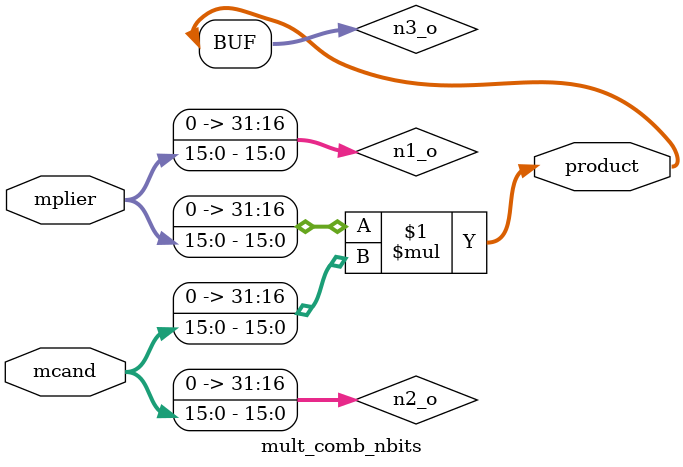
<source format=v>
module mult_comb_nbits
  (input  [15:0] mplier,
   input  [15:0] mcand,
   output [31:0] product);
  wire [31:0] n1_o;
  wire [31:0] n2_o;
  wire [31:0] n3_o;
  assign product = n3_o;
  /* src/mult_comb_nbits.vhdl:15:50  */
  assign n1_o = {16'b0, mplier};  //  uext
  /* src/mult_comb_nbits.vhdl:15:50  */
  assign n2_o = {16'b0, mcand};  //  uext
  /* src/mult_comb_nbits.vhdl:15:50  */
  assign n3_o = n1_o * n2_o; // umul
endmodule


</source>
